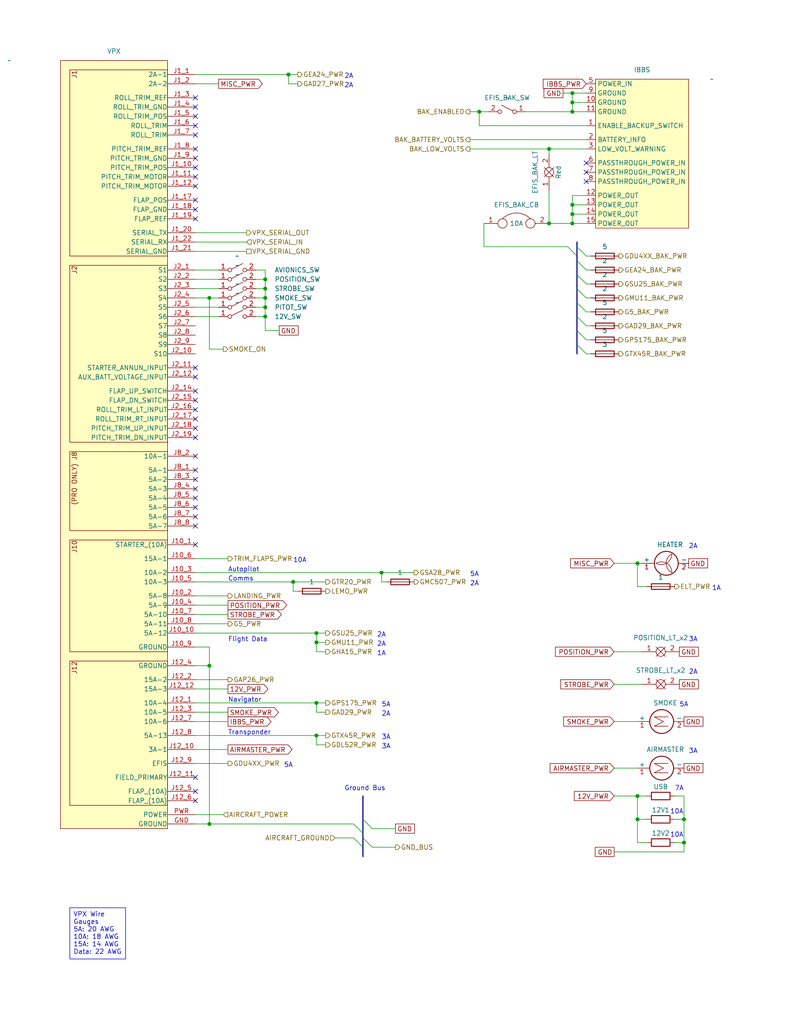
<source format=kicad_sch>
(kicad_sch (version 20230121) (generator eeschema)
  (paper "USLetter" portrait)
  (title_block (title "Power Distribution") (date "2024-02-08") (rev "0.9") (company "N915SN Angry Bird"))
  (lib_symbols
    (symbol "Device:Fuse" (pin_numbers hide) (pin_names (offset 0))
      (property "Reference" "F" (at 2.032 0 90))
      (property "Value" "Fuse" (at -1.905 0 90))
      (symbol "Fuse_0_1"
        (rectangle (start -0.762 -2.54) (end 0.762 2.54) (stroke (width 0.254)))
        (polyline (pts (xy 0 2.54) (xy 0 -2.54)))
      )
      (symbol "Fuse_1_1"
        (pin passive line (at 0 3.81 270) (length 1.27) (name "~") (number "1"))
        (pin passive line (at 0 -3.81 90) (length 1.27) (name "~") (number "2"))
      )
    )
    (symbol "Device:R" (pin_numbers hide) (pin_names (offset 0))
      (property "Reference" "R" (at 2.032 0 90))
      (property "Value" "R" (at 0 0 90))
      (symbol "R_0_1"
        (rectangle (start -1.016 -2.54) (end 1.016 2.54) (stroke (width 0.254)))
      )
      (symbol "R_1_1"
        (pin passive line (at 0 3.81 270) (length 1.27) (name "~") (number "1"))
        (pin passive line (at 0 -3.81 90) (length 1.27) (name "~") (number "2"))
      )
    )
    (symbol "FlyerX:Bulb"
      (property "Reference" "B" (at 1.27 1.27 0))
      (symbol "Bulb_0_1"
        (polyline (pts (xy 0 -2.54) (xy 2.54 0)))
        (polyline (pts (xy 0 0) (xy 2.54 -2.54)))
        (circle (center 1.27 -1.27) (radius 1.27))
      )
      (symbol "Bulb_1_1"
        (pin passive line (at -3.81 -1.27 0) (length 3.81) (name "") (number "1"))
        (pin passive line (at 6.35 -1.27 180) (length 3.81) (name "") (number "2"))
      )
    )
    (symbol "Motor:Fan" (pin_names (offset 0))
      (property "Reference" "M" (at 2.54 5.08 0))
      (property "Value" "Fan" (at 2.54 -2.54 0))
      (symbol "Fan_0_1"
        (arc (start -2.54 -0.508) (mid 0.0028 0.9121) (end 0 3.81))
        (polyline (pts (xy 0 -5.08) (xy 0 -4.572)))
        (polyline (pts (xy 0 -2.2352) (xy 0 -2.6416)))
        (polyline (pts (xy 0 4.2672) (xy 0 4.6228)))
        (polyline (pts (xy 0 4.572) (xy 0 5.08)))
        (circle (center 0 1.016) (radius 3.2512) (stroke (width 0.254)))
        (arc (start 0 3.81) (mid 0.053 0.921) (end 2.54 -0.508))
        (arc (start 2.54 -0.508) (mid 0 1.0618) (end -2.54 -0.508))
      )
      (symbol "Fan_1_1"
        (pin passive line (at 0 7.62 270) (length 2.54) (name "+") (number "1"))
        (pin passive line (at 0 -5.08 90) (length 2.54) (name "-") (number "2"))
      )
    )
    (symbol "Motor:Motor_DC" (pin_names (offset 0))
      (property "Reference" "M" (at 2.54 2.54 0))
      (property "Value" "Motor_DC" (at 2.54 -5.08 0))
      (symbol "Motor_DC_0_0"
        (polyline (pts (xy -1.27 -3.302) (xy -1.27 0.508) (xy 0 -2.032) (xy 1.27 0.508) (xy 1.27 -3.302)))
      )
      (symbol "Motor_DC_0_1"
        (circle (center 0 -1.524) (radius 3.2512) (stroke (width 0.254)))
        (polyline (pts (xy 0 -7.62) (xy 0 -7.112)))
        (polyline (pts (xy 0 -4.7752) (xy 0 -5.1816)))
        (polyline (pts (xy 0 1.7272) (xy 0 2.0828)))
        (polyline (pts (xy 0 2.032) (xy 0 2.54)))
      )
      (symbol "Motor_DC_1_1"
        (pin passive line (at 0 5.08 270) (length 2.54) (name "+") (number "1"))
        (pin passive line (at 0 -7.62 90) (length 2.54) (name "-") (number "2"))
      )
    )
    (symbol "Switch:SW_SPST" (pin_names (offset 0) hide)
      (property "Reference" "SW" (at 0 3.175 0))
      (property "Value" "SW_SPST" (at 0 -2.54 0))
      (symbol "SW_SPST_0_0"
        (circle (center -2.032 0) (radius 0.508))
        (polyline (pts (xy -1.524 0.254) (xy 1.524 1.778)))
        (circle (center 2.032 0) (radius 0.508))
      )
      (symbol "SW_SPST_1_1"
        (pin passive line (at -5.08 0 0) (length 2.54) (name "A") (number "1"))
        (pin passive line (at 5.08 0 180) (length 2.54) (name "B") (number "2"))
      )
    )
    (symbol "flyerx:Circuit_Breaker"
      (property "Reference" "CB" (at 0 2.54 0))
      (property "Value" "10A" (at 0 -5.08 0))
      (symbol "Circuit_Breaker_0_1"
        (circle (center -3.81 -2.54) (radius 1.27))
        (circle (center 3.81 -2.54) (radius 1.27))
        (arc (start 3.81 -1.27) (mid 0 0.3055) (end -3.81 -1.27))
      )
      (symbol "Circuit_Breaker_1_1"
        (pin passive line (at -8.89 -2.54 0) (length 3.81) (name "") (number "1"))
        (pin passive line (at 8.89 -2.54 180) (length 3.81) (name "") (number "2"))
      )
    )
    (symbol "flyerx:TCW_IBBS-12V-3AH"
      (property "Reference" "IBBS" (at 2.54 1.27 0))
      (symbol "TCW_IBBS-12V-3AH_1_1"
        (rectangle (start 0 0) (end 25.4 -40.64) (fill (type background)))
        (pin bidirectional line (at 27.94 -12.7 180) (length 2.54) (name "ENABLE_BACKUP_SWITCH") (number "1"))
        (pin bidirectional line (at 27.94 -6.35 180) (length 2.54) (name "GROUND") (number "10"))
        (pin bidirectional line (at 27.94 -8.89 180) (length 2.54) (name "GROUND") (number "11"))
        (pin power_out line (at 27.94 -31.75 180) (length 2.54) (name "POWER_OUT") (number "12"))
        (pin power_out line (at 27.94 -34.29 180) (length 2.54) (name "POWER_OUT") (number "13"))
        (pin power_out line (at 27.94 -36.83 180) (length 2.54) (name "POWER_OUT") (number "14"))
        (pin power_out line (at 27.94 -39.37 180) (length 2.54) (name "POWER_OUT") (number "15"))
        (pin output line (at 27.94 -16.51 180) (length 2.54) (name "BATTERY_INFO") (number "2"))
        (pin bidirectional line (at 27.94 -19.05 180) (length 2.54) (name "LOW_VOLT_WARNING") (number "3"))
        (pin power_in line (at 27.94 -1.27 180) (length 2.54) (name "POWER_IN") (number "5"))
        (pin power_in line (at 27.94 -22.86 180) (length 2.54) (name "PASSTHROUGH_POWER_IN") (number "6"))
        (pin power_in line (at 27.94 -25.4 180) (length 2.54) (name "PASSTHROUGH_POWER_IN") (number "7"))
        (pin power_in line (at 27.94 -27.94 180) (length 2.54) (name "PASSTHROUGH_POWER_IN") (number "8"))
        (pin bidirectional line (at 27.94 -3.81 180) (length 2.54) (name "GROUND") (number "9"))
      )
    )
    (symbol "flyerx:Vertical_Power_VP-X" (pin_names (offset 0.002)) (in_bom no)
      (property "Reference" "VPX" (at 2.54 1.27 0))
      (symbol "Vertical_Power_VP-X_1_1"
        (rectangle (start 0 0) (end 29.21 -209.55) (fill (type background)))
        (rectangle (start 2.54 -163.83) (end 29.21 -203.2) (fill (type background)))
        (rectangle (start 2.54 -130.81) (end 29.21 -161.29) (fill (type background)))
        (rectangle (start 2.54 -106.68) (end 29.21 -128.27) (fill (type background)))
        (rectangle (start 2.54 -55.88) (end 29.21 -104.14) (fill (type background)))
        (rectangle (start 2.54 -2.54) (end 29.21 -53.34) (fill (type background)))
        (text "(PRO ONLY) J8" (at 3.81 -106.68 900) (effects (font (size 1.27 1.27)) (justify right)))
        (text "J1" (at 3.81 -2.54 900) (effects (font (size 1.27 1.27)) (justify right)))
        (text "J10" (at 3.81 -130.81 900) (effects (font (size 1.27 1.27)) (justify right)))
        (text "J12" (at 3.81 -163.83 900) (effects (font (size 1.27 1.27)) (justify right)))
        (text "J2" (at 3.81 -55.88 900) (effects (font (size 1.27 1.27)) (justify right)))
        (pin passive line (at 36.83 -208.28 180) (length 7.62) (name "GROUND") (number "GND"))
        (pin power_out line (at 36.83 -132.08 180) (length 7.62) (name "STARTER_(10A)") (number "J10_1"))
        (pin power_out line (at 36.83 -156.21 180) (length 7.62) (name "5A-12") (number "J10_10"))
        (pin power_out line (at 36.83 -146.05 180) (length 7.62) (name "5A-8") (number "J10_2"))
        (pin power_out line (at 36.83 -139.7 180) (length 7.62) (name "10A-2") (number "J10_3"))
        (pin power_out line (at 36.83 -148.59 180) (length 7.62) (name "5A-9") (number "J10_4"))
        (pin power_out line (at 36.83 -142.24 180) (length 7.62) (name "10A-3") (number "J10_5"))
        (pin power_out line (at 36.83 -135.89 180) (length 7.62) (name "15A-1") (number "J10_6"))
        (pin power_out line (at 36.83 -151.13 180) (length 7.62) (name "5A-10") (number "J10_7"))
        (pin power_out line (at 36.83 -153.67 180) (length 7.62) (name "5A-11") (number "J10_8"))
        (pin passive line (at 36.83 -160.02 180) (length 7.62) (name "GROUND") (number "J10_9"))
        (pin power_out line (at 36.83 -175.26 180) (length 7.62) (name "10A-4") (number "J12_1"))
        (pin power_out line (at 36.83 -187.96 180) (length 7.62) (name "3A-1") (number "J12_10"))
        (pin bidirectional line (at 36.83 -195.58 180) (length 7.62) (name "FIELD_PRIMARY") (number "J12_11"))
        (pin power_out line (at 36.83 -171.45 180) (length 7.62) (name "15A-3") (number "J12_12"))
        (pin power_out line (at 36.83 -168.91 180) (length 7.62) (name "15A-2") (number "J12_2"))
        (pin power_out line (at 36.83 -177.8 180) (length 7.62) (name "10A-5") (number "J12_3"))
        (pin passive line (at 36.83 -165.1 180) (length 7.62) (name "GROUND") (number "J12_4"))
        (pin power_out line (at 36.83 -199.39 180) (length 7.62) (name "FLAP_(10A)") (number "J12_5"))
        (pin power_out line (at 36.83 -201.93 180) (length 7.62) (name "FLAP_(10A)") (number "J12_6"))
        (pin power_out line (at 36.83 -180.34 180) (length 7.62) (name "10A-6") (number "J12_7"))
        (pin power_out line (at 36.83 -184.15 180) (length 7.62) (name "5A-13") (number "J12_8"))
        (pin power_out line (at 36.83 -191.77 180) (length 7.62) (name "EFIS") (number "J12_9"))
        (pin power_out line (at 36.83 -3.81 180) (length 7.62) (name "2A-1") (number "J1_1"))
        (pin output line (at 36.83 -29.21 180) (length 7.62) (name "PITCH_TRIM_POS") (number "J1_10"))
        (pin power_out line (at 36.83 -31.75 180) (length 7.62) (name "PITCH_TRIM_MOTOR") (number "J1_11"))
        (pin power_out line (at 36.83 -34.29 180) (length 7.62) (name "PITCH_TRIM_MOTOR") (number "J1_12"))
        (pin output line (at 36.83 -38.1 180) (length 7.62) (name "FLAP_POS") (number "J1_17"))
        (pin passive line (at 36.83 -40.64 180) (length 7.62) (name "FLAP_GND") (number "J1_18"))
        (pin input line (at 36.83 -43.18 180) (length 7.62) (name "FLAP_REF") (number "J1_19"))
        (pin power_out line (at 36.83 -6.35 180) (length 7.62) (name "2A-2") (number "J1_2"))
        (pin output line (at 36.83 -46.99 180) (length 7.62) (name "SERIAL_TX") (number "J1_20"))
        (pin passive line (at 36.83 -52.07 180) (length 7.62) (name "SERIAL_GND") (number "J1_21"))
        (pin input line (at 36.83 -49.53 180) (length 7.62) (name "SERIAL_RX") (number "J1_22"))
        (pin input line (at 36.83 -10.16 180) (length 7.62) (name "ROLL_TRIM_REF") (number "J1_3"))
        (pin passive line (at 36.83 -12.7 180) (length 7.62) (name "ROLL_TRIM_GND") (number "J1_4"))
        (pin output line (at 36.83 -15.24 180) (length 7.62) (name "ROLL_TRIM_POS") (number "J1_5"))
        (pin power_out line (at 36.83 -17.78 180) (length 7.62) (name "ROLL_TRIM") (number "J1_6"))
        (pin power_out line (at 36.83 -20.32 180) (length 7.62) (name "ROLL_TRIM") (number "J1_7"))
        (pin input line (at 36.83 -24.13 180) (length 7.62) (name "PITCH_TRIM_REF") (number "J1_8"))
        (pin passive line (at 36.83 -26.67 180) (length 7.62) (name "PITCH_TRIM_GND") (number "J1_9"))
        (pin bidirectional line (at 36.83 -57.15 180) (length 7.62) (name "S1") (number "J2_1"))
        (pin bidirectional line (at 36.83 -80.01 180) (length 7.62) (name "S10") (number "J2_10"))
        (pin input line (at 36.83 -83.82 180) (length 7.62) (name "STARTER_ANNUN_INPUT") (number "J2_11"))
        (pin input line (at 36.83 -86.36 180) (length 7.62) (name "AUX_BATT_VOLTAGE_INPUT") (number "J2_12"))
        (pin bidirectional line (at 36.83 -90.17 180) (length 7.62) (name "FLAP_UP_SWITCH") (number "J2_14"))
        (pin bidirectional line (at 36.83 -92.71 180) (length 7.62) (name "FLAP_DN_SWITCH") (number "J2_15"))
        (pin bidirectional line (at 36.83 -95.25 180) (length 7.62) (name "ROLL_TRIM_LT_INPUT") (number "J2_16"))
        (pin bidirectional line (at 36.83 -97.79 180) (length 7.62) (name "ROLL_TRIM_RT_INPUT") (number "J2_17"))
        (pin bidirectional line (at 36.83 -100.33 180) (length 7.62) (name "PITCH_TRIM_UP_INPUT") (number "J2_18"))
        (pin bidirectional line (at 36.83 -102.87 180) (length 7.62) (name "PITCH_TRIM_DN_INPUT") (number "J2_19"))
        (pin bidirectional line (at 36.83 -59.69 180) (length 7.62) (name "S2") (number "J2_2"))
        (pin bidirectional line (at 36.83 -62.23 180) (length 7.62) (name "S3") (number "J2_3"))
        (pin bidirectional line (at 36.83 -64.77 180) (length 7.62) (name "S4") (number "J2_4"))
        (pin bidirectional line (at 36.83 -67.31 180) (length 7.62) (name "S5") (number "J2_5"))
        (pin bidirectional line (at 36.83 -69.85 180) (length 7.62) (name "S6") (number "J2_6"))
        (pin bidirectional line (at 36.83 -72.39 180) (length 7.62) (name "S7") (number "J2_7"))
        (pin bidirectional line (at 36.83 -74.93 180) (length 7.62) (name "S8") (number "J2_8"))
        (pin bidirectional line (at 36.83 -77.47 180) (length 7.62) (name "S9") (number "J2_9"))
        (pin power_out line (at 36.83 -111.76 180) (length 7.62) (name "5A-1") (number "J8_1"))
        (pin power_out line (at 36.83 -107.95 180) (length 7.62) (name "10A-1") (number "J8_2"))
        (pin power_out line (at 36.83 -114.3 180) (length 7.62) (name "5A-2") (number "J8_3"))
        (pin power_out line (at 36.83 -116.84 180) (length 7.62) (name "5A-3") (number "J8_4"))
        (pin power_out line (at 36.83 -119.38 180) (length 7.62) (name "5A-4") (number "J8_5"))
        (pin power_out line (at 36.83 -121.92 180) (length 7.62) (name "5A-5") (number "J8_6"))
        (pin power_out line (at 36.83 -124.46 180) (length 7.62) (name "5A-6") (number "J8_7"))
        (pin power_out line (at 36.83 -127 180) (length 7.62) (name "5A-7") (number "J8_8"))
        (pin power_in line (at 36.83 -205.74 180) (length 7.62) (name "POWER") (number "PWR"))
      )
    )
  )
  (junction (at 156.21 30.48))
  (junction (at 72.39 78.74))
  (junction (at 80.01 158.75))
  (junction (at 57.15 224.79))
  (junction (at 78.74 20.32))
  (junction (at 72.39 76.2))
  (junction (at 173.99 223.52))
  (junction (at 156.21 55.88))
  (junction (at 57.15 181.61))
  (junction (at 72.39 81.28))
  (junction (at 57.15 81.28))
  (junction (at 86.36 200.66))
  (junction (at 156.21 25.4))
  (junction (at 173.99 217.17))
  (junction (at 86.36 175.26))
  (junction (at 186.69 229.87))
  (junction (at 72.39 83.82))
  (junction (at 86.36 191.77))
  (junction (at 156.21 60.96))
  (junction (at 156.21 27.94))
  (junction (at 104.14 156.21))
  (junction (at 149.86 60.96))
  (junction (at 156.21 58.42))
  (junction (at 72.39 86.36))
  (junction (at 130.81 30.48))
  (junction (at 149.86 40.64))
  (junction (at 186.69 223.52))
  (junction (at 173.99 153.67))
  (junction (at 86.36 172.72))
  (no_connect (at 160.02 44.45))
  (no_connect (at 53.34 59.69))
  (no_connect (at 53.34 48.26))
  (no_connect (at 53.34 102.87))
  (no_connect (at 53.34 109.22))
  (no_connect (at 53.34 106.68))
  (no_connect (at 53.34 100.33))
  (no_connect (at 53.34 29.21))
  (no_connect (at 53.34 148.59))
  (no_connect (at 160.02 49.53))
  (no_connect (at 53.34 116.84))
  (no_connect (at 53.34 50.8))
  (no_connect (at 53.34 124.46))
  (no_connect (at 53.34 57.15))
  (no_connect (at 53.34 31.75))
  (no_connect (at 53.34 128.27))
  (no_connect (at 53.34 218.44))
  (no_connect (at 53.34 111.76))
  (no_connect (at 53.34 212.09))
  (no_connect (at 53.34 36.83))
  (no_connect (at 53.34 133.35))
  (no_connect (at 53.34 40.64))
  (no_connect (at 53.34 143.51))
  (no_connect (at 53.34 215.9))
  (no_connect (at 53.34 45.72))
  (no_connect (at 53.34 43.18))
  (no_connect (at 53.34 119.38))
  (no_connect (at 53.34 26.67))
  (no_connect (at 160.02 46.99))
  (no_connect (at 53.34 135.89))
  (no_connect (at 53.34 114.3))
  (no_connect (at 53.34 138.43))
  (no_connect (at 53.34 130.81))
  (no_connect (at 53.34 140.97))
  (no_connect (at 53.34 54.61))
  (no_connect (at 53.34 34.29))
  (bus_entry (at 96.52 228.6) (size 2.54 2.54))
  (bus_entry (at 157.48 67.31) (size 2.54 2.54))
  (bus_entry (at 157.48 74.93) (size 2.54 2.54))
  (bus_entry (at 96.52 224.79) (size 2.54 2.54))
  (bus_entry (at 157.48 90.17) (size 2.54 2.54))
  (bus_entry (at 157.48 93.98) (size 2.54 2.54))
  (bus_entry (at 99.06 223.52) (size 2.54 2.54))
  (bus_entry (at 157.48 86.36) (size 2.54 2.54))
  (bus_entry (at 157.48 71.12) (size 2.54 2.54))
  (bus_entry (at 154.94 67.31) (size 2.54 2.54))
  (bus_entry (at 99.06 228.6) (size 2.54 2.54))
  (bus_entry (at 157.48 82.55) (size 2.54 2.54))
  (bus_entry (at 157.48 78.74) (size 2.54 2.54))
  (bus (pts (xy 157.48 90.17) (xy 157.48 93.98)))
  (wire (pts (xy 156.21 25.4) (xy 156.21 27.94)))
  (wire (pts (xy 53.34 156.21) (xy 104.14 156.21)))
  (wire (pts (xy 160.02 25.4) (xy 156.21 25.4)))
  (wire (pts (xy 160.02 69.85) (xy 161.29 69.85)))
  (wire (pts (xy 88.9 194.31) (xy 86.36 194.31)))
  (wire (pts (xy 160.02 77.47) (xy 161.29 77.47)))
  (wire (pts (xy 167.64 196.85) (xy 173.99 196.85)))
  (wire (pts (xy 53.34 66.04) (xy 67.31 66.04)))
  (wire (pts (xy 160.02 81.28) (xy 161.29 81.28)))
  (wire (pts (xy 69.85 78.74) (xy 72.39 78.74)))
  (wire (pts (xy 53.34 176.53) (xy 57.15 176.53)))
  (bus (pts (xy 157.48 71.12) (xy 157.48 74.93)))
  (wire (pts (xy 86.36 194.31) (xy 86.36 191.77)))
  (wire (pts (xy 186.69 229.87) (xy 186.69 232.41)))
  (wire (pts (xy 184.15 217.17) (xy 186.69 217.17)))
  (wire (pts (xy 53.34 185.42) (xy 62.23 185.42)))
  (bus (pts (xy 157.48 67.31) (xy 157.48 69.85)))
  (wire (pts (xy 160.02 34.29) (xy 130.81 34.29)))
  (wire (pts (xy 53.34 194.31) (xy 62.23 194.31)))
  (wire (pts (xy 184.15 223.52) (xy 186.69 223.52)))
  (wire (pts (xy 167.64 232.41) (xy 186.69 232.41)))
  (wire (pts (xy 86.36 175.26) (xy 86.36 172.72)))
  (wire (pts (xy 69.85 86.36) (xy 72.39 86.36)))
  (wire (pts (xy 149.86 52.07) (xy 149.86 60.96)))
  (wire (pts (xy 86.36 203.2) (xy 86.36 200.66)))
  (wire (pts (xy 104.14 158.75) (xy 105.41 158.75)))
  (wire (pts (xy 156.21 30.48) (xy 156.21 27.94)))
  (bus (pts (xy 99.06 231.14) (xy 99.06 233.68)))
  (wire (pts (xy 53.34 200.66) (xy 86.36 200.66)))
  (wire (pts (xy 153.67 25.4) (xy 156.21 25.4)))
  (wire (pts (xy 184.15 229.87) (xy 186.69 229.87)))
  (wire (pts (xy 53.34 167.64) (xy 62.23 167.64)))
  (wire (pts (xy 160.02 55.88) (xy 156.21 55.88)))
  (wire (pts (xy 91.44 228.6) (xy 96.52 228.6)))
  (wire (pts (xy 156.21 53.34) (xy 156.21 55.88)))
  (bus (pts (xy 157.48 93.98) (xy 157.48 96.52)))
  (wire (pts (xy 173.99 153.67) (xy 175.26 153.67)))
  (wire (pts (xy 57.15 81.28) (xy 59.69 81.28)))
  (wire (pts (xy 78.74 22.86) (xy 78.74 20.32)))
  (wire (pts (xy 160.02 73.66) (xy 161.29 73.66)))
  (wire (pts (xy 53.34 22.86) (xy 59.69 22.86)))
  (wire (pts (xy 156.21 55.88) (xy 156.21 58.42)))
  (wire (pts (xy 86.36 200.66) (xy 88.9 200.66)))
  (wire (pts (xy 53.34 68.58) (xy 67.31 68.58)))
  (bus (pts (xy 157.48 71.12) (xy 157.48 69.85)))
  (wire (pts (xy 130.81 30.48) (xy 133.35 30.48)))
  (wire (pts (xy 86.36 191.77) (xy 88.9 191.77)))
  (wire (pts (xy 167.64 186.69) (xy 175.26 186.69)))
  (wire (pts (xy 60.96 222.25) (xy 53.34 222.25)))
  (wire (pts (xy 72.39 73.66) (xy 69.85 73.66)))
  (bus (pts (xy 157.48 86.36) (xy 157.48 90.17)))
  (wire (pts (xy 128.27 30.48) (xy 130.81 30.48)))
  (wire (pts (xy 173.99 223.52) (xy 176.53 223.52)))
  (wire (pts (xy 149.86 40.64) (xy 149.86 41.91)))
  (wire (pts (xy 86.36 177.8) (xy 86.36 175.26)))
  (wire (pts (xy 101.6 226.06) (xy 107.95 226.06)))
  (wire (pts (xy 72.39 78.74) (xy 72.39 76.2)))
  (wire (pts (xy 53.34 158.75) (xy 80.01 158.75)))
  (bus (pts (xy 157.48 74.93) (xy 157.48 78.74)))
  (wire (pts (xy 88.9 203.2) (xy 86.36 203.2)))
  (wire (pts (xy 53.34 152.4) (xy 62.23 152.4)))
  (wire (pts (xy 160.02 88.9) (xy 161.29 88.9)))
  (wire (pts (xy 53.34 187.96) (xy 62.23 187.96)))
  (wire (pts (xy 72.39 83.82) (xy 72.39 81.28)))
  (wire (pts (xy 57.15 224.79) (xy 96.52 224.79)))
  (wire (pts (xy 186.69 223.52) (xy 186.69 229.87)))
  (wire (pts (xy 57.15 95.25) (xy 57.15 81.28)))
  (bus (pts (xy 157.48 82.55) (xy 157.48 86.36)))
  (wire (pts (xy 149.86 60.96) (xy 156.21 60.96)))
  (wire (pts (xy 80.01 161.29) (xy 81.28 161.29)))
  (bus (pts (xy 157.48 78.74) (xy 157.48 82.55)))
  (wire (pts (xy 160.02 96.52) (xy 161.29 96.52)))
  (wire (pts (xy 53.34 196.85) (xy 62.23 196.85)))
  (wire (pts (xy 81.28 22.86) (xy 78.74 22.86)))
  (wire (pts (xy 72.39 90.17) (xy 72.39 86.36)))
  (wire (pts (xy 53.34 20.32) (xy 78.74 20.32)))
  (wire (pts (xy 173.99 160.02) (xy 176.53 160.02)))
  (wire (pts (xy 113.03 156.21) (xy 104.14 156.21)))
  (wire (pts (xy 173.99 153.67) (xy 173.99 160.02)))
  (bus (pts (xy 157.48 66.04) (xy 157.48 67.31)))
  (wire (pts (xy 53.34 208.28) (xy 62.23 208.28)))
  (wire (pts (xy 167.64 217.17) (xy 173.99 217.17)))
  (wire (pts (xy 78.74 20.32) (xy 81.28 20.32)))
  (wire (pts (xy 160.02 92.71) (xy 161.29 92.71)))
  (wire (pts (xy 60.96 95.25) (xy 57.15 95.25)))
  (wire (pts (xy 156.21 58.42) (xy 160.02 58.42)))
  (wire (pts (xy 72.39 86.36) (xy 72.39 83.82)))
  (wire (pts (xy 57.15 181.61) (xy 57.15 224.79)))
  (wire (pts (xy 173.99 217.17) (xy 173.99 223.52)))
  (wire (pts (xy 160.02 53.34) (xy 156.21 53.34)))
  (wire (pts (xy 69.85 81.28) (xy 72.39 81.28)))
  (wire (pts (xy 72.39 81.28) (xy 72.39 78.74)))
  (wire (pts (xy 69.85 83.82) (xy 72.39 83.82)))
  (wire (pts (xy 186.69 217.17) (xy 186.69 223.52)))
  (wire (pts (xy 53.34 78.74) (xy 59.69 78.74)))
  (wire (pts (xy 132.08 60.96) (xy 132.08 67.31)))
  (bus (pts (xy 99.06 217.17) (xy 99.06 223.52)))
  (wire (pts (xy 69.85 76.2) (xy 72.39 76.2)))
  (wire (pts (xy 72.39 76.2) (xy 72.39 73.66)))
  (bus (pts (xy 99.06 228.6) (xy 99.06 231.14)))
  (wire (pts (xy 143.51 30.48) (xy 156.21 30.48)))
  (wire (pts (xy 173.99 223.52) (xy 173.99 229.87)))
  (wire (pts (xy 156.21 58.42) (xy 156.21 60.96)))
  (wire (pts (xy 173.99 217.17) (xy 176.53 217.17)))
  (wire (pts (xy 128.27 40.64) (xy 149.86 40.64)))
  (wire (pts (xy 53.34 191.77) (xy 86.36 191.77)))
  (wire (pts (xy 76.2 90.17) (xy 72.39 90.17)))
  (wire (pts (xy 128.27 38.1) (xy 160.02 38.1)))
  (wire (pts (xy 167.64 153.67) (xy 173.99 153.67)))
  (wire (pts (xy 53.34 83.82) (xy 59.69 83.82)))
  (wire (pts (xy 53.34 81.28) (xy 57.15 81.28)))
  (wire (pts (xy 53.34 162.56) (xy 62.23 162.56)))
  (wire (pts (xy 88.9 177.8) (xy 86.36 177.8)))
  (wire (pts (xy 80.01 158.75) (xy 88.9 158.75)))
  (wire (pts (xy 88.9 175.26) (xy 86.36 175.26)))
  (wire (pts (xy 156.21 60.96) (xy 160.02 60.96)))
  (wire (pts (xy 167.64 209.55) (xy 173.99 209.55)))
  (wire (pts (xy 167.64 177.8) (xy 175.26 177.8)))
  (wire (pts (xy 160.02 85.09) (xy 161.29 85.09)))
  (wire (pts (xy 160.02 27.94) (xy 156.21 27.94)))
  (wire (pts (xy 57.15 176.53) (xy 57.15 181.61)))
  (wire (pts (xy 160.02 30.48) (xy 156.21 30.48)))
  (wire (pts (xy 149.86 40.64) (xy 160.02 40.64)))
  (wire (pts (xy 53.34 86.36) (xy 59.69 86.36)))
  (wire (pts (xy 53.34 165.1) (xy 62.23 165.1)))
  (wire (pts (xy 80.01 158.75) (xy 80.01 161.29)))
  (bus (pts (xy 99.06 227.33) (xy 99.06 228.6)))
  (wire (pts (xy 53.34 170.18) (xy 62.23 170.18)))
  (wire (pts (xy 86.36 172.72) (xy 88.9 172.72)))
  (wire (pts (xy 53.34 76.2) (xy 59.69 76.2)))
  (bus (pts (xy 99.06 223.52) (xy 99.06 227.33)))
  (wire (pts (xy 53.34 73.66) (xy 59.69 73.66)))
  (wire (pts (xy 53.34 204.47) (xy 62.23 204.47)))
  (wire (pts (xy 53.34 224.79) (xy 57.15 224.79)))
  (wire (pts (xy 104.14 156.21) (xy 104.14 158.75)))
  (wire (pts (xy 132.08 67.31) (xy 154.94 67.31)))
  (wire (pts (xy 53.34 181.61) (xy 57.15 181.61)))
  (wire (pts (xy 101.6 231.14) (xy 107.95 231.14)))
  (wire (pts (xy 130.81 34.29) (xy 130.81 30.48)))
  (wire (pts (xy 53.34 172.72) (xy 86.36 172.72)))
  (wire (pts (xy 53.34 63.5) (xy 67.31 63.5)))
  (wire (pts (xy 173.99 229.87) (xy 176.53 229.87)))
  (text_box "VPX Wire Gauges\n5A: 20 AWG\n10A: 18 AWG\n15A: 14 AWG\nData: 22 AWG" (at 19.05 247.65 0) (size 15.24 13.97) (effects (font (size 1.27 1.27)) (justify left top)))
  (text "3A" (at 187.96 175.26 0) (effects (font (size 1.27 1.27)) (justify left bottom)))
  (text "10A" (at 182.88 222.25 0) (effects (font (size 1.27 1.27)) (justify left bottom)))
  (text "1A" (at 194.31 161.29 0) (effects (font (size 1.27 1.27)) (justify left bottom)))
  (text "7A" (at 184.15 215.9 0) (effects (font (size 1.27 1.27)) (justify left bottom)))
  (text "2A" (at 102.87 176.53 0) (effects (font (size 1.27 1.27)) (justify left bottom)))
  (text "3A" (at 187.96 205.74 0) (effects (font (size 1.27 1.27)) (justify left bottom)))
  (text "Transponder" (at 62.23 200.66 0) (effects (font (size 1.27 1.27)) (justify left bottom)))
  (text "3A" (at 104.14 204.47 0) (effects (font (size 1.27 1.27)) (justify left bottom)))
  (text "10A" (at 182.88 228.6 0) (effects (font (size 1.27 1.27)) (justify left bottom)))
  (text "10A" (at 80.01 153.67 0) (effects (font (size 1.27 1.27)) (justify left bottom)))
  (text "5A" (at 104.14 193.04 0) (effects (font (size 1.27 1.27)) (justify left bottom)))
  (text "2A" (at 93.98 21.59 0) (effects (font (size 1.27 1.27)) (justify left bottom)))
  (text "Flight Data" (at 62.23 175.26 0) (effects (font (size 1.27 1.27)) (justify left bottom)))
  (text "Navigator" (at 62.23 191.77 0) (effects (font (size 1.27 1.27)) (justify left bottom)))
  (text "Ground Bus" (at 93.98 215.9 0) (effects (font (size 1.27 1.27)) (justify left bottom)))
  (text "5A" (at 185.42 193.04 0) (effects (font (size 1.27 1.27)) (justify left bottom)))
  (text "Comms" (at 62.23 158.75 0) (effects (font (size 1.27 1.27)) (justify left bottom)))
  (text "2A" (at 187.96 184.15 0) (effects (font (size 1.27 1.27)) (justify left bottom)))
  (text "Autopilot" (at 62.23 156.21 0) (effects (font (size 1.27 1.27)) (justify left bottom)))
  (text "2A" (at 187.96 149.86 0) (effects (font (size 1.27 1.27)) (justify left bottom)))
  (text "1A" (at 102.87 179.07 0) (effects (font (size 1.27 1.27)) (justify left bottom)))
  (text "5A" (at 77.47 209.55 0) (effects (font (size 1.27 1.27)) (justify left bottom)))
  (text "3A" (at 104.14 201.93 0) (effects (font (size 1.27 1.27)) (justify left bottom)))
  (text "5A" (at 128.27 157.48 0) (effects (font (size 1.27 1.27)) (justify left bottom)))
  (text "2A" (at 128.27 160.02 0) (effects (font (size 1.27 1.27)) (justify left bottom)))
  (text "2A" (at 102.87 173.99 0) (effects (font (size 1.27 1.27)) (justify left bottom)))
  (text "2A" (at 104.14 195.58 0) (effects (font (size 1.27 1.27)) (justify left bottom)))
  (text "2A" (at 93.98 24.13 0) (effects (font (size 1.27 1.27)) (justify left bottom)))
  (global_label "AIRMASTER_PWR" (shape output) (at 62.23 204.47 0) (property "Intersheetrefs" "${INTERSHEET_REFS}" (effects hide)))
  (global_label "12V_PWR" (shape input) (at 167.64 217.17 180) (property "Intersheetrefs" "${INTERSHEET_REFS}" (effects hide)))
  (global_label "IBBS_PWR" (shape input) (at 160.02 22.86 180) (property "Intersheetrefs" "${INTERSHEET_REFS}" (effects hide)))
  (global_label "IBBS_PWR" (shape output) (at 62.23 196.85 0) (property "Intersheetrefs" "${INTERSHEET_REFS}" (effects hide)))
  (global_label "12V_PWR" (shape output) (at 62.23 187.96 0) (property "Intersheetrefs" "${INTERSHEET_REFS}" (effects hide)))
  (global_label "MISC_PWR" (shape input) (at 167.64 153.67 180) (property "Intersheetrefs" "${INTERSHEET_REFS}" (effects hide)))
  (global_label "GND" (shape passive) (at 186.69 209.55 0) (property "Intersheetrefs" "${INTERSHEET_REFS}" (effects hide)))
  (global_label "STROBE_PWR" (shape output) (at 62.23 167.64 0) (property "Intersheetrefs" "${INTERSHEET_REFS}" (effects hide)))
  (global_label "SMOKE_PWR" (shape input) (at 167.64 196.85 180) (property "Intersheetrefs" "${INTERSHEET_REFS}" (effects hide)))
  (global_label "POSITION_PWR" (shape output) (at 62.23 165.1 0) (property "Intersheetrefs" "${INTERSHEET_REFS}" (effects hide)))
  (global_label "STROBE_PWR" (shape input) (at 167.64 186.69 180) (property "Intersheetrefs" "${INTERSHEET_REFS}" (effects hide)))
  (global_label "GND" (shape passive) (at 185.42 186.69 0) (property "Intersheetrefs" "${INTERSHEET_REFS}" (effects hide)))
  (global_label "POSITION_PWR" (shape input) (at 167.64 177.8 180) (property "Intersheetrefs" "${INTERSHEET_REFS}" (effects hide)))
  (global_label "GND" (shape passive) (at 185.42 177.8 0) (property "Intersheetrefs" "${INTERSHEET_REFS}" (effects hide)))
  (global_label "GND" (shape passive) (at 76.2 90.17 0) (property "Intersheetrefs" "${INTERSHEET_REFS}" (effects hide)))
  (global_label "MISC_PWR" (shape output) (at 59.69 22.86 0) (property "Intersheetrefs" "${INTERSHEET_REFS}" (effects hide)))
  (global_label "GND" (shape passive) (at 107.95 226.06 0) (property "Intersheetrefs" "${INTERSHEET_REFS}" (effects hide)))
  (global_label "AIRMASTER_PWR" (shape input) (at 167.64 209.55 180) (property "Intersheetrefs" "${INTERSHEET_REFS}" (effects hide)))
  (global_label "SMOKE_PWR" (shape output) (at 62.23 194.31 0) (property "Intersheetrefs" "${INTERSHEET_REFS}" (effects hide)))
  (global_label "GND" (shape passive) (at 167.64 232.41 180) (property "Intersheetrefs" "${INTERSHEET_REFS}" (effects hide)))
  (global_label "GND" (shape passive) (at 153.67 25.4 180) (property "Intersheetrefs" "${INTERSHEET_REFS}" (effects hide)))
  (global_label "GND" (shape passive) (at 187.96 153.67 0) (property "Intersheetrefs" "${INTERSHEET_REFS}" (effects hide)))
  (global_label "GND" (shape passive) (at 186.69 196.85 0) (property "Intersheetrefs" "${INTERSHEET_REFS}" (effects hide)))
  (hierarchical_label "GSA28_PWR" (shape output) (at 113.03 156.21 0))
  (hierarchical_label "GEA24_BAK_PWR" (shape output) (at 168.91 73.66 0))
  (hierarchical_label "GPS175_PWR" (shape output) (at 88.9 191.77 0))
  (hierarchical_label "LANDING_PWR" (shape output) (at 62.23 162.56 0))
  (hierarchical_label "SMOKE_ON" (shape output) (at 60.96 95.25 0))
  (hierarchical_label "GAD29_BAK_PWR" (shape output) (at 168.91 88.9 0))
  (hierarchical_label "GTX45R_BAK_PWR" (shape output) (at 168.91 96.52 0))
  (hierarchical_label "GND_BUS" (shape output) (at 107.95 231.14 0))
  (hierarchical_label "GDL52R_PWR" (shape output) (at 88.9 203.2 0))
  (hierarchical_label "VPX_SERIAL_GND" (shape passive) (at 67.31 68.58 0))
  (hierarchical_label "LEMO_PWR" (shape output) (at 88.9 161.29 0))
  (hierarchical_label "GMC507_PWR" (shape output) (at 113.03 158.75 0))
  (hierarchical_label "GAP26_PWR" (shape output) (at 62.23 185.42 0))
  (hierarchical_label "AIRCRAFT_POWER" (shape input) (at 60.96 222.25 0))
  (hierarchical_label "GDU4XX_PWR" (shape output) (at 62.23 208.28 0))
  (hierarchical_label "VPX_SERIAL_IN" (shape input) (at 67.31 66.04 0))
  (hierarchical_label "GTR20_PWR" (shape output) (at 88.9 158.75 0))
  (hierarchical_label "GPS175_BAK_PWR" (shape output) (at 168.91 92.71 0))
  (hierarchical_label "BAK_ENABLED" (shape output) (at 128.27 30.48 180))
  (hierarchical_label "VPX_SERIAL_OUT" (shape output) (at 67.31 63.5 0))
  (hierarchical_label "TRIM_FLAPS_PWR" (shape output) (at 62.23 152.4 0))
  (hierarchical_label "GHA15_PWR" (shape output) (at 88.9 177.8 0))
  (hierarchical_label "GSU25_BAK_PWR" (shape output) (at 168.91 77.47 0))
  (hierarchical_label "AIRCRAFT_GROUND" (shape input) (at 91.44 228.6 180))
  (hierarchical_label "ELT_PWR" (shape output) (at 184.15 160.02 0))
  (hierarchical_label "GEA24_PWR" (shape output) (at 81.28 20.32 0))
  (hierarchical_label "GDU4XX_BAK_PWR" (shape output) (at 168.91 69.85 0))
  (hierarchical_label "BAK_LOW_VOLTS" (shape output) (at 128.27 40.64 180))
  (hierarchical_label "GAD29_PWR" (shape output) (at 88.9 194.31 0))
  (hierarchical_label "GAD27_PWR" (shape output) (at 81.28 22.86 0))
  (hierarchical_label "BAK_BATTERY_VOLTS" (shape output) (at 128.27 38.1 180))
  (hierarchical_label "GSU25_PWR" (shape output) (at 88.9 172.72 0))
  (hierarchical_label "GMU11_BAK_PWR" (shape output) (at 168.91 81.28 0))
  (hierarchical_label "G5_PWR" (shape output) (at 62.23 170.18 0))
  (hierarchical_label "GMU11_PWR" (shape output) (at 88.9 175.26 0))
  (hierarchical_label "GTX45R_PWR" (shape output) (at 88.9 200.66 0))
  (hierarchical_label "G5_BAK_PWR" (shape output) (at 168.91 85.09 0))
  (symbol (lib_id "Switch:SW_SPST") (at 64.77 73.66 0) (unit 1)
    (property "Reference" "AVIONICS_SW" (at 74.93 73.66 0) (effects (justify left)))
    (property "Value" "~" (at 64.77 69.85 0))
  )
  (symbol (lib_id "Device:R") (at 180.34 223.52 90) (unit 1)
    (property "Reference" "12V1" (at 180.34 220.98 90))
    (property "Value" "R" (effects hide))
  )
  (symbol (lib_id "Switch:SW_SPST") (at 64.77 86.36 0) (unit 1)
    (property "Reference" "12V_SW" (at 74.93 86.36 0) (effects (justify left)))
    (property "Value" "~" (at 64.77 82.55 0))
  )
  (symbol (lib_id "Motor:Fan") (at 182.88 153.67 90) (unit 1)
    (property "Reference" "HEATER" (at 182.88 148.59 90))
    (property "Value" "Fan" (effects hide))
  )
  (symbol (lib_id "FlyerX:Bulb") (at 179.07 176.53 0) (unit 1)
    (property "Reference" "POSITION_LT_x2" (at 180.34 173.99 0))
    (property "Value" "Clear" (effects hide))
  )
  (symbol (lib_id "Switch:SW_SPST") (at 64.77 83.82 0) (unit 1)
    (property "Reference" "PITOT_SW" (at 74.93 83.82 0) (effects (justify left)))
    (property "Value" "~" (at 64.77 80.01 0))
  )
  (symbol (lib_id "Device:Fuse") (at 165.1 73.66 90) (unit 1)
    (property "Reference" "BAK_GEA24_FS" (effects hide))
    (property "Value" "2" (at 165.1 71.12 90))
  )
  (symbol (lib_id "Device:Fuse") (at 165.1 69.85 90) (unit 1)
    (property "Reference" "BAK_GDU4XX_FS" (effects hide))
    (property "Value" "5" (at 165.1 67.31 90))
  )
  (symbol (lib_id "FlyerX:Bulb") (at 148.59 48.26 90) (unit 1)
    (property "Reference" "EFIS_BAK_LT" (at 146.05 46.99 0))
    (property "Value" "Red" (at 152.4 46.99 0))
  )
  (symbol (lib_id "Device:Fuse") (at 165.1 81.28 90) (unit 1)
    (property "Reference" "BAK_GMU11_FS" (effects hide))
    (property "Value" "2" (at 165.1 78.74 90))
  )
  (symbol (lib_id "flyerx:Vertical_Power_VP-X") (at 16.51 16.51 0) (unit 1) (in_bom no)
    (property "Reference" "VPX" (at 31.115 13.97 0))
    (property "Value" "~" (at 2.54 16.51 0))
  )
  (symbol (lib_id "Device:Fuse") (at 165.1 92.71 90) (unit 1)
    (property "Reference" "BAK_GPS175_FS" (effects hide))
    (property "Value" "5" (at 165.1 90.17 90))
  )
  (symbol (lib_id "Device:Fuse") (at 109.22 158.75 90) (unit 1)
    (property "Reference" "GMC507_FS" (effects hide))
    (property "Value" "1" (at 109.22 156.21 90))
  )
  (symbol (lib_id "Switch:SW_SPST") (at 64.77 76.2 0) (unit 1)
    (property "Reference" "POSITION_SW" (at 74.93 76.2 0) (effects (justify left)))
    (property "Value" "~" (at 64.77 72.39 0))
  )
  (symbol (lib_id "Device:R") (at 180.34 229.87 90) (unit 1)
    (property "Reference" "12V2" (at 180.34 227.33 90))
    (property "Value" "R" (effects hide))
  )
  (symbol (lib_id "flyerx:TCW_IBBS-12V-3AH") (at 187.96 21.59 0) (mirror y) (unit 1)
    (property "Reference" "IBBS" (at 175.26 19.05 0))
    (property "Value" "~" (at 194.31 21.59 0))
  )
  (symbol (lib_id "Device:Fuse") (at 85.09 161.29 90) (unit 1)
    (property "Reference" "LEMO_FS" (effects hide))
    (property "Value" "1" (at 85.09 158.75 90))
  )
  (symbol (lib_id "Device:R") (at 180.34 217.17 90) (unit 1)
    (property "Reference" "USB" (at 180.34 214.63 90))
    (property "Value" "R" (effects hide))
  )
  (symbol (lib_id "Motor:Motor_DC") (at 179.07 209.55 90) (unit 1)
    (property "Reference" "AIRMASTER" (at 181.61 204.47 90))
    (property "Value" "Motor_DC" (effects hide))
  )
  (symbol (lib_id "FlyerX:Bulb") (at 179.07 185.42 0) (unit 1)
    (property "Reference" "STROBE_LT_x2" (at 180.34 182.88 0))
    (property "Value" "Clear" (effects hide))
  )
  (symbol (lib_id "Switch:SW_SPST") (at 64.77 81.28 0) (unit 1)
    (property "Reference" "SMOKE_SW" (at 74.93 81.28 0) (effects (justify left)))
    (property "Value" "~" (at 64.77 77.47 0))
  )
  (symbol (lib_id "Switch:SW_SPST") (at 64.77 78.74 0) (unit 1)
    (property "Reference" "STROBE_SW" (at 74.93 78.74 0) (effects (justify left)))
    (property "Value" "~" (at 64.77 74.93 0))
  )
  (symbol (lib_id "Device:Fuse") (at 180.34 160.02 90) (unit 1)
    (property "Reference" "ELT_FS" (effects hide))
    (property "Value" "1" (at 180.34 157.48 90))
  )
  (symbol (lib_id "Device:Fuse") (at 165.1 88.9 90) (unit 1)
    (property "Reference" "BAK_GAD29_FS" (effects hide))
    (property "Value" "2" (at 165.1 86.36 90))
  )
  (symbol (lib_id "Device:Fuse") (at 165.1 77.47 90) (unit 1)
    (property "Reference" "BAK_GSU25_FS" (effects hide))
    (property "Value" "2" (at 165.1 74.93 90))
  )
  (symbol (lib_id "Device:Fuse") (at 165.1 96.52 90) (unit 1)
    (property "Reference" "BAK_GTX45R_FS" (effects hide))
    (property "Value" "3" (at 165.1 93.98 90))
  )
  (symbol (lib_id "Motor:Motor_DC") (at 179.07 196.85 90) (unit 1)
    (property "Reference" "SMOKE" (at 181.61 191.77 90))
    (property "Value" "Motor_DC" (effects hide))
  )
  (symbol (lib_id "Device:Fuse") (at 165.1 85.09 90) (unit 1)
    (property "Reference" "BAK_G5_FS" (effects hide))
    (property "Value" "5" (at 165.1 82.55 90))
  )
  (symbol (lib_id "Switch:SW_SPST") (at 138.43 30.48 0) (mirror y) (unit 1)
    (property "Reference" "EFIS_BAK_SW" (at 138.43 26.67 0))
    (property "Value" "~" (at 138.43 26.67 0))
  )
  (symbol (lib_id "flyerx:Circuit_Breaker") (at 140.97 58.42 0) (unit 1)
    (property "Reference" "EFIS_BAK_CB" (at 140.97 55.88 0))
    (property "Value" "10A" (at 140.97 60.96 0))
  )
)
</source>
